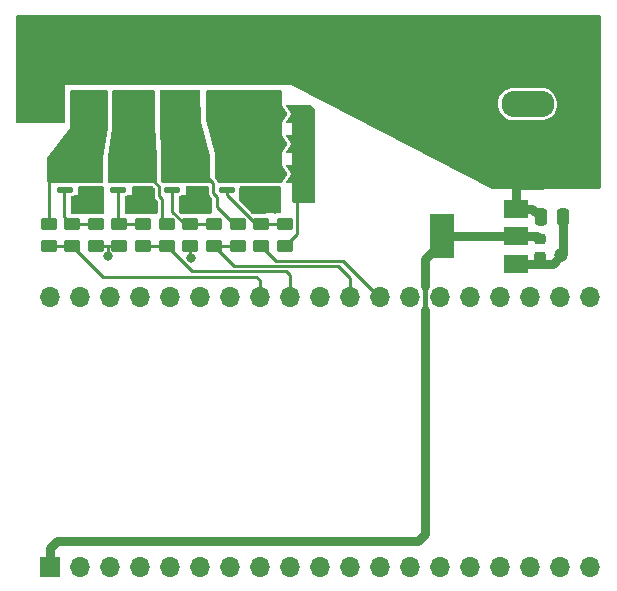
<source format=gbr>
%TF.GenerationSoftware,KiCad,Pcbnew,(6.0.0)*%
%TF.CreationDate,2022-01-02T10:57:20+08:00*%
%TF.ProjectId,NodeMCU-32S-RGBWA-LED-driver,4e6f6465-4d43-4552-9d33-32532d524742,1*%
%TF.SameCoordinates,PX68d6610PY3c42a2c*%
%TF.FileFunction,Copper,L1,Top*%
%TF.FilePolarity,Positive*%
%FSLAX46Y46*%
G04 Gerber Fmt 4.6, Leading zero omitted, Abs format (unit mm)*
G04 Created by KiCad (PCBNEW (6.0.0)) date 2022-01-02 10:57:20*
%MOMM*%
%LPD*%
G01*
G04 APERTURE LIST*
G04 Aperture macros list*
%AMRoundRect*
0 Rectangle with rounded corners*
0 $1 Rounding radius*
0 $2 $3 $4 $5 $6 $7 $8 $9 X,Y pos of 4 corners*
0 Add a 4 corners polygon primitive as box body*
4,1,4,$2,$3,$4,$5,$6,$7,$8,$9,$2,$3,0*
0 Add four circle primitives for the rounded corners*
1,1,$1+$1,$2,$3*
1,1,$1+$1,$4,$5*
1,1,$1+$1,$6,$7*
1,1,$1+$1,$8,$9*
0 Add four rect primitives between the rounded corners*
20,1,$1+$1,$2,$3,$4,$5,0*
20,1,$1+$1,$4,$5,$6,$7,0*
20,1,$1+$1,$6,$7,$8,$9,0*
20,1,$1+$1,$8,$9,$2,$3,0*%
%AMFreePoly0*
4,1,6,1.000000,0.000000,0.500000,-0.750000,-0.500000,-0.750000,-0.500000,0.750000,0.500000,0.750000,1.000000,0.000000,1.000000,0.000000,$1*%
%AMFreePoly1*
4,1,6,0.500000,-0.750000,-0.650000,-0.750000,-0.150000,0.000000,-0.650000,0.750000,0.500000,0.750000,0.500000,-0.750000,0.500000,-0.750000,$1*%
G04 Aperture macros list end*
%TA.AperFunction,SMDPad,CuDef*%
%ADD10RoundRect,0.250000X0.450000X-0.262500X0.450000X0.262500X-0.450000X0.262500X-0.450000X-0.262500X0*%
%TD*%
%TA.AperFunction,SMDPad,CuDef*%
%ADD11FreePoly0,0.000000*%
%TD*%
%TA.AperFunction,SMDPad,CuDef*%
%ADD12FreePoly1,0.000000*%
%TD*%
%TA.AperFunction,SMDPad,CuDef*%
%ADD13R,2.000000X1.500000*%
%TD*%
%TA.AperFunction,SMDPad,CuDef*%
%ADD14R,2.000000X3.800000*%
%TD*%
%TA.AperFunction,SMDPad,CuDef*%
%ADD15RoundRect,0.125000X-0.587500X-0.125000X0.587500X-0.125000X0.587500X0.125000X-0.587500X0.125000X0*%
%TD*%
%TA.AperFunction,ComponentPad*%
%ADD16R,1.700000X1.700000*%
%TD*%
%TA.AperFunction,ComponentPad*%
%ADD17O,1.700000X1.700000*%
%TD*%
%TA.AperFunction,SMDPad,CuDef*%
%ADD18RoundRect,0.225000X-0.250000X0.225000X-0.250000X-0.225000X0.250000X-0.225000X0.250000X0.225000X0*%
%TD*%
%TA.AperFunction,SMDPad,CuDef*%
%ADD19RoundRect,0.250000X-0.250000X-0.475000X0.250000X-0.475000X0.250000X0.475000X-0.250000X0.475000X0*%
%TD*%
%TA.AperFunction,ComponentPad*%
%ADD20R,2.100000X2.100000*%
%TD*%
%TA.AperFunction,ComponentPad*%
%ADD21C,2.100000*%
%TD*%
%TA.AperFunction,ComponentPad*%
%ADD22O,5.000000X2.500000*%
%TD*%
%TA.AperFunction,ComponentPad*%
%ADD23O,4.500000X2.250000*%
%TD*%
%TA.AperFunction,ViaPad*%
%ADD24C,0.800000*%
%TD*%
%TA.AperFunction,ViaPad*%
%ADD25C,1.200000*%
%TD*%
%TA.AperFunction,Conductor*%
%ADD26C,0.800000*%
%TD*%
%TA.AperFunction,Conductor*%
%ADD27C,0.250000*%
%TD*%
%TA.AperFunction,Conductor*%
%ADD28C,0.400000*%
%TD*%
G04 APERTURE END LIST*
D10*
%TO.P,R6,1*%
%TO.N,Net-(R2-Pad1)*%
X12820000Y-19675000D03*
%TO.P,R6,2*%
%TO.N,/Red{slash}Dat*%
X12820000Y-17850000D03*
%TD*%
%TO.P,R11,1*%
%TO.N,GND*%
X22820000Y-19675000D03*
%TO.P,R11,2*%
%TO.N,Net-(Q4-Pad2)*%
X22820000Y-17850000D03*
%TD*%
D11*
%TO.P,JP3,1,A*%
%TO.N,/Blue{slash}GND*%
X22095000Y-13562500D03*
D12*
%TO.P,JP3,2,B*%
%TO.N,GND*%
X23545000Y-13562500D03*
%TD*%
D10*
%TO.P,R2,1*%
%TO.N,Net-(R2-Pad1)*%
X10820000Y-19675000D03*
%TO.P,R2,2*%
%TO.N,Net-(Q2-Pad2)*%
X10820000Y-17850000D03*
%TD*%
%TO.P,R7,1*%
%TO.N,Net-(R3-Pad1)*%
X18820000Y-19675000D03*
%TO.P,R7,2*%
%TO.N,/Green*%
X18820000Y-17850000D03*
%TD*%
D11*
%TO.P,JP2,1,A*%
%TO.N,/Blue{slash}GND*%
X22095000Y-11012500D03*
D12*
%TO.P,JP2,2,B*%
%TO.N,GND*%
X23545000Y-11012500D03*
%TD*%
D13*
%TO.P,U2,1,GND*%
%TO.N,GND*%
X42420000Y-21162500D03*
%TO.P,U2,2,VO*%
%TO.N,+3V3*%
X42420000Y-18862500D03*
D14*
X36120000Y-18862500D03*
D13*
%TO.P,U2,3,VI*%
%TO.N,VDD*%
X42420000Y-16562500D03*
%TD*%
D10*
%TO.P,R5,1*%
%TO.N,Net-(R1-Pad1)*%
X2820000Y-19675000D03*
%TO.P,R5,2*%
%TO.N,/White{slash}Clk*%
X2820000Y-17850000D03*
%TD*%
%TO.P,R4,1*%
%TO.N,Net-(R4-Pad1)*%
X20820000Y-19675000D03*
%TO.P,R4,2*%
%TO.N,Net-(Q4-Pad2)*%
X20820000Y-17850000D03*
%TD*%
%TO.P,R3,1*%
%TO.N,Net-(R3-Pad1)*%
X16820000Y-19675000D03*
%TO.P,R3,2*%
%TO.N,Net-(Q3-Pad2)*%
X16820000Y-17850000D03*
%TD*%
D15*
%TO.P,Q1,1,D*%
%TO.N,/White{slash}Clk*%
X6457500Y-13962500D03*
X4182500Y-13962500D03*
X4182500Y-13012500D03*
X6457500Y-13012500D03*
%TO.P,Q1,2,G*%
%TO.N,Net-(Q1-Pad2)*%
X4182500Y-14912500D03*
%TO.P,Q1,3,S*%
%TO.N,GND*%
X6457500Y-14912500D03*
%TD*%
D16*
%TO.P,U1,1,VDD3V3*%
%TO.N,+3V3*%
X2910000Y-46842500D03*
D17*
%TO.P,U1,2,~EN~*%
%TO.N,unconnected-(U1-Pad2)*%
X5450000Y-46842500D03*
%TO.P,U1,3,SVP*%
%TO.N,unconnected-(U1-Pad3)*%
X7990000Y-46842500D03*
%TO.P,U1,4,SVN*%
%TO.N,unconnected-(U1-Pad4)*%
X10530000Y-46842500D03*
%TO.P,U1,5,IO34*%
%TO.N,unconnected-(U1-Pad5)*%
X13070000Y-46842500D03*
%TO.P,U1,6,IO35*%
%TO.N,unconnected-(U1-Pad6)*%
X15610000Y-46842500D03*
%TO.P,U1,7,IO32*%
%TO.N,unconnected-(U1-Pad7)*%
X18150000Y-46842500D03*
%TO.P,U1,8,IO33*%
%TO.N,unconnected-(U1-Pad8)*%
X20690000Y-46842500D03*
%TO.P,U1,9,IO25*%
%TO.N,unconnected-(U1-Pad9)*%
X23230000Y-46842500D03*
%TO.P,U1,10,IO26*%
%TO.N,unconnected-(U1-Pad10)*%
X25770000Y-46842500D03*
%TO.P,U1,11,IO27*%
%TO.N,unconnected-(U1-Pad11)*%
X28310000Y-46842500D03*
%TO.P,U1,12,IO14*%
%TO.N,unconnected-(U1-Pad12)*%
X30850000Y-46842500D03*
%TO.P,U1,13,IO12*%
%TO.N,unconnected-(U1-Pad13)*%
X33390000Y-46842500D03*
%TO.P,U1,14,GND*%
%TO.N,GND*%
X35930000Y-46842500D03*
%TO.P,U1,15,IO13*%
%TO.N,unconnected-(U1-Pad15)*%
X38470000Y-46842500D03*
%TO.P,U1,16,SD2*%
%TO.N,unconnected-(U1-Pad16)*%
X41010000Y-46842500D03*
%TO.P,U1,17,SD3*%
%TO.N,unconnected-(U1-Pad17)*%
X43550000Y-46842500D03*
%TO.P,U1,18,CMD*%
%TO.N,unconnected-(U1-Pad18)*%
X46090000Y-46842500D03*
%TO.P,U1,19,VDD5V*%
%TO.N,unconnected-(U1-Pad19)*%
X48630000Y-46842500D03*
%TO.P,U1,20,CLK*%
%TO.N,unconnected-(U1-Pad20)*%
X48630000Y-23982500D03*
%TO.P,U1,21,SD0*%
%TO.N,unconnected-(U1-Pad21)*%
X46090000Y-23982500D03*
%TO.P,U1,22,SD1*%
%TO.N,unconnected-(U1-Pad22)*%
X43550000Y-23982500D03*
%TO.P,U1,23,IO15*%
%TO.N,unconnected-(U1-Pad23)*%
X41010000Y-23982500D03*
%TO.P,U1,24,IO2*%
%TO.N,unconnected-(U1-Pad24)*%
X38470000Y-23982500D03*
%TO.P,U1,25,IO0*%
%TO.N,unconnected-(U1-Pad25)*%
X35930000Y-23982500D03*
%TO.P,U1,26,IO4*%
%TO.N,unconnected-(U1-Pad26)*%
X33390000Y-23982500D03*
%TO.P,U1,27,IO16*%
%TO.N,Net-(R4-Pad1)*%
X30850000Y-23982500D03*
%TO.P,U1,28,IO17*%
%TO.N,Net-(R3-Pad1)*%
X28310000Y-23982500D03*
%TO.P,U1,29,IO5*%
%TO.N,unconnected-(U1-Pad29)*%
X25770000Y-23982500D03*
%TO.P,U1,30,IO18*%
%TO.N,Net-(R2-Pad1)*%
X23230000Y-23982500D03*
%TO.P,U1,31,IO19*%
%TO.N,Net-(R1-Pad1)*%
X20690000Y-23982500D03*
%TO.P,U1,32,GND*%
%TO.N,GND*%
X18150000Y-23982500D03*
%TO.P,U1,33,IO21*%
%TO.N,unconnected-(U1-Pad33)*%
X15610000Y-23982500D03*
%TO.P,U1,34,U0RX*%
%TO.N,unconnected-(U1-Pad34)*%
X13070000Y-23982500D03*
%TO.P,U1,35,U0TX*%
%TO.N,unconnected-(U1-Pad35)*%
X10530000Y-23982500D03*
%TO.P,U1,36,IO22*%
%TO.N,unconnected-(U1-Pad36)*%
X7990000Y-23982500D03*
%TO.P,U1,37,IO23*%
%TO.N,unconnected-(U1-Pad37)*%
X5450000Y-23982500D03*
%TO.P,U1,38,GND*%
%TO.N,GND*%
X2910000Y-23982500D03*
%TD*%
D10*
%TO.P,R8,1*%
%TO.N,GND*%
X6820000Y-19675000D03*
%TO.P,R8,2*%
%TO.N,Net-(Q1-Pad2)*%
X6820000Y-17850000D03*
%TD*%
D15*
%TO.P,Q2,1,D*%
%TO.N,/Red{slash}Dat*%
X8732500Y-13962500D03*
X8732500Y-13012500D03*
X11007500Y-13962500D03*
X11007500Y-13012500D03*
%TO.P,Q2,2,G*%
%TO.N,Net-(Q2-Pad2)*%
X8732500Y-14912500D03*
%TO.P,Q2,3,S*%
%TO.N,GND*%
X11007500Y-14912500D03*
%TD*%
%TO.P,Q4,1,D*%
%TO.N,/Blue{slash}GND*%
X20157500Y-13012500D03*
X20157500Y-13962500D03*
X17882500Y-13012500D03*
X17882500Y-13962500D03*
%TO.P,Q4,2,G*%
%TO.N,Net-(Q4-Pad2)*%
X17882500Y-14912500D03*
%TO.P,Q4,3,S*%
%TO.N,GND*%
X20157500Y-14912500D03*
%TD*%
D11*
%TO.P,JP1,1,A*%
%TO.N,/Blue{slash}GND*%
X22095000Y-8462500D03*
D12*
%TO.P,JP1,2,B*%
%TO.N,GND*%
X23545000Y-8462500D03*
%TD*%
D10*
%TO.P,R9,1*%
%TO.N,GND*%
X8820000Y-19675000D03*
%TO.P,R9,2*%
%TO.N,Net-(Q2-Pad2)*%
X8820000Y-17850000D03*
%TD*%
D18*
%TO.P,C2,1*%
%TO.N,+3V3*%
X44420000Y-19087500D03*
%TO.P,C2,2*%
%TO.N,GND*%
X44420000Y-20637500D03*
%TD*%
D15*
%TO.P,Q3,1,D*%
%TO.N,/Green*%
X13282500Y-13962500D03*
X15557500Y-13012500D03*
X13282500Y-13012500D03*
X15557500Y-13962500D03*
%TO.P,Q3,2,G*%
%TO.N,Net-(Q3-Pad2)*%
X13282500Y-14912500D03*
%TO.P,Q3,3,S*%
%TO.N,GND*%
X15557500Y-14912500D03*
%TD*%
D19*
%TO.P,C1,1*%
%TO.N,VDD*%
X44470000Y-17262500D03*
%TO.P,C1,2*%
%TO.N,GND*%
X46370000Y-17262500D03*
%TD*%
D10*
%TO.P,R1,1*%
%TO.N,Net-(R1-Pad1)*%
X4820000Y-19675000D03*
%TO.P,R1,2*%
%TO.N,Net-(Q1-Pad2)*%
X4820000Y-17850000D03*
%TD*%
%TO.P,R10,1*%
%TO.N,GND*%
X14820000Y-19675000D03*
%TO.P,R10,2*%
%TO.N,Net-(Q3-Pad2)*%
X14820000Y-17850000D03*
%TD*%
D20*
%TO.P,J2,1,V_OUT*%
%TO.N,VDD*%
X2300000Y-8000000D03*
D21*
%TO.P,J2,2,WHITE*%
%TO.N,/White{slash}Clk*%
X6110000Y-8000000D03*
%TO.P,J2,3,RED*%
%TO.N,/Red{slash}Dat*%
X9920000Y-8000000D03*
%TO.P,J2,4,GREEN*%
%TO.N,/Green*%
X13730000Y-8000000D03*
%TO.P,J2,5,BLUE*%
%TO.N,/Blue{slash}GND*%
X17540000Y-8000000D03*
%TD*%
D22*
%TO.P,J1,1*%
%TO.N,VDD*%
X43370000Y-13650000D03*
D23*
%TO.P,J1,2*%
%TO.N,GND*%
X43370000Y-7650000D03*
%TD*%
D24*
%TO.N,GND*%
X16020000Y-15762500D03*
X6070000Y-16562500D03*
X24920000Y-9348214D03*
X24920000Y-14526784D03*
X23920000Y-15512500D03*
X20270000Y-16562500D03*
X21970000Y-16562500D03*
X6920000Y-15762500D03*
X24920000Y-11419642D03*
X16020000Y-16562500D03*
X6920000Y-16562500D03*
X21120000Y-16562500D03*
X20270000Y-15762500D03*
X24920000Y-13491070D03*
X10620000Y-15762500D03*
X10620000Y-16562500D03*
X24920000Y-15562500D03*
X7820000Y-20512500D03*
X14851049Y-20681451D03*
X24920000Y-10383928D03*
D25*
X46220000Y-20462500D03*
D24*
X19420000Y-15762500D03*
X15170000Y-16562500D03*
X21520000Y-15012500D03*
X24920000Y-12455356D03*
X11470000Y-15762500D03*
X5220000Y-15762500D03*
X9770000Y-15762500D03*
X5220000Y-16562500D03*
X24920000Y-8312500D03*
X11470000Y-16562500D03*
X15170000Y-15762500D03*
X21970000Y-15762500D03*
X14320000Y-15762500D03*
X21120000Y-15762500D03*
X9770000Y-16562500D03*
X6070000Y-15762500D03*
X14320000Y-16562500D03*
%TD*%
D26*
%TO.N,VDD*%
X43420000Y-12650000D02*
X44670000Y-12650000D01*
X43770000Y-16562500D02*
X44470000Y-17262500D01*
X43420000Y-12650000D02*
X42420000Y-13650000D01*
X42420000Y-16562500D02*
X43770000Y-16562500D01*
X42420000Y-13650000D02*
X42420000Y-16562500D01*
D27*
%TO.N,GND*%
X6820000Y-19675000D02*
X7732500Y-19675000D01*
D26*
X46370000Y-20312500D02*
X46220000Y-20462500D01*
X44520000Y-21162500D02*
X45520000Y-21162500D01*
X44420000Y-20637500D02*
X44420000Y-21062500D01*
D27*
X23844520Y-15587980D02*
X23920000Y-15512500D01*
D26*
X45520000Y-21162500D02*
X46220000Y-20462500D01*
D27*
X23844520Y-18650480D02*
X23844520Y-15587980D01*
D26*
X46370000Y-17262500D02*
X46370000Y-20312500D01*
D27*
X14820000Y-20650402D02*
X14820000Y-19675000D01*
X22820000Y-19675000D02*
X23844520Y-18650480D01*
X7732500Y-19675000D02*
X8820000Y-19675000D01*
X7820000Y-19762500D02*
X7732500Y-19675000D01*
X14851049Y-20681451D02*
X14820000Y-20650402D01*
X7820000Y-20512500D02*
X7820000Y-19762500D01*
D26*
X42420000Y-21162500D02*
X44520000Y-21162500D01*
X44420000Y-21062500D02*
X44520000Y-21162500D01*
%TO.N,+3V3*%
X42420000Y-18862500D02*
X36120000Y-18862500D01*
X36120000Y-19342500D02*
X36120000Y-18862500D01*
D28*
X34700000Y-21272500D02*
X34660000Y-21312500D01*
D26*
X34700000Y-20762500D02*
X36120000Y-19342500D01*
X34080000Y-44632500D02*
X3510000Y-44632500D01*
D28*
X34670000Y-23122500D02*
X34670000Y-25072500D01*
D26*
X3510000Y-44632500D02*
X2910000Y-45232500D01*
X34670000Y-25072500D02*
X34670000Y-44042500D01*
X34670000Y-44042500D02*
X34080000Y-44632500D01*
X44195000Y-18862500D02*
X44420000Y-19087500D01*
X2910000Y-45232500D02*
X2910000Y-46842500D01*
X42420000Y-18862500D02*
X44195000Y-18862500D01*
D28*
X34700000Y-23092500D02*
X34670000Y-23122500D01*
D26*
X34700000Y-23092500D02*
X34700000Y-20762500D01*
D27*
X34700000Y-23092500D02*
X34700000Y-21272500D01*
%TO.N,Net-(Q1-Pad2)*%
X4120000Y-14975000D02*
X4120000Y-17212500D01*
X4820000Y-17850000D02*
X6820000Y-17850000D01*
X4757500Y-17850000D02*
X4820000Y-17850000D01*
X4182500Y-14912500D02*
X4120000Y-14975000D01*
X4120000Y-17212500D02*
X4757500Y-17850000D01*
%TO.N,Net-(Q3-Pad2)*%
X13282500Y-16787507D02*
X13282500Y-14912500D01*
X14820000Y-17850000D02*
X14344993Y-17850000D01*
X14344993Y-17850000D02*
X13282500Y-16787507D01*
X14820000Y-17850000D02*
X16820000Y-17850000D01*
%TO.N,Net-(Q4-Pad2)*%
X22820000Y-17850000D02*
X20820000Y-17850000D01*
X20820000Y-17850000D02*
X20344993Y-17850000D01*
X17882500Y-15387507D02*
X17882500Y-14912500D01*
X20344993Y-17850000D02*
X17882500Y-15387507D01*
%TO.N,Net-(Q2-Pad2)*%
X8732500Y-14912500D02*
X8732500Y-17762500D01*
X8820000Y-17850000D02*
X10820000Y-17850000D01*
X8732500Y-17762500D02*
X8820000Y-17850000D01*
%TO.N,/White{slash}Clk*%
X3120000Y-13962500D02*
X4182500Y-13962500D01*
X2820000Y-14262500D02*
X3120000Y-13962500D01*
X2820000Y-17850000D02*
X2820000Y-14262500D01*
%TO.N,/Red{slash}Dat*%
X12170000Y-14612500D02*
X11520000Y-13962500D01*
X11520000Y-13962500D02*
X11007500Y-13962500D01*
X12420000Y-15687886D02*
X12170000Y-15437886D01*
X12170000Y-15437886D02*
X12170000Y-14612500D01*
X12420000Y-17450000D02*
X12420000Y-15687886D01*
X12820000Y-17850000D02*
X12420000Y-17450000D01*
%TO.N,/Green*%
X16770000Y-15162500D02*
X17095000Y-15487500D01*
X16370000Y-13962500D02*
X16770000Y-14362500D01*
X17095000Y-16387500D02*
X18557500Y-17850000D01*
X16770000Y-14362500D02*
X16770000Y-15162500D01*
X18557500Y-17850000D02*
X18820000Y-17850000D01*
X15557500Y-13962500D02*
X16370000Y-13962500D01*
X17095000Y-15487500D02*
X17095000Y-16387500D01*
%TO.N,Net-(R1-Pad1)*%
X20690000Y-22532500D02*
X20418560Y-22261060D01*
X20690000Y-23982500D02*
X20690000Y-22532500D01*
X2820000Y-19675000D02*
X4820000Y-19675000D01*
X20418560Y-22261060D02*
X7406060Y-22261060D01*
X7406060Y-22261060D02*
X4820000Y-19675000D01*
%TO.N,Net-(R2-Pad1)*%
X23230000Y-23442500D02*
X23230000Y-22122500D01*
X14956540Y-21811540D02*
X12820000Y-19675000D01*
X10820000Y-19675000D02*
X12820000Y-19675000D01*
X22919040Y-21811540D02*
X14956540Y-21811540D01*
X23230000Y-22122500D02*
X22919040Y-21811540D01*
%TO.N,Net-(R3-Pad1)*%
X28310000Y-23982500D02*
X28310000Y-22352500D01*
X18507020Y-21362020D02*
X16820000Y-19675000D01*
X28310000Y-22352500D02*
X27319520Y-21362020D01*
X18820000Y-19675000D02*
X16820000Y-19675000D01*
X27319520Y-21362020D02*
X18507020Y-21362020D01*
%TO.N,Net-(R4-Pad1)*%
X22057500Y-20912500D02*
X20820000Y-19675000D01*
X30580000Y-23712500D02*
X27780000Y-20912500D01*
X27780000Y-20912500D02*
X22057500Y-20912500D01*
%TD*%
%TA.AperFunction,Conductor*%
%TO.N,/White{slash}Clk*%
G36*
X7762121Y-6482502D02*
G01*
X7808614Y-6536158D01*
X7820000Y-6588500D01*
X7820000Y-9652864D01*
X7818535Y-9672022D01*
X7420000Y-12262500D01*
X7420000Y-14186500D01*
X7399998Y-14254621D01*
X7346342Y-14301114D01*
X7294000Y-14312500D01*
X2796000Y-14312500D01*
X2727879Y-14292498D01*
X2681386Y-14238842D01*
X2670000Y-14186500D01*
X2670000Y-12304500D01*
X2690002Y-12236379D01*
X2695200Y-12228900D01*
X4609130Y-9676993D01*
X4620000Y-9662500D01*
X4620000Y-6588500D01*
X4640002Y-6520379D01*
X4693658Y-6473886D01*
X4746000Y-6462500D01*
X7694000Y-6462500D01*
X7762121Y-6482502D01*
G37*
%TD.AperFunction*%
%TD*%
%TA.AperFunction,Conductor*%
%TO.N,GND*%
G36*
X16332621Y-14632502D02*
G01*
X16379114Y-14686158D01*
X16390500Y-14738500D01*
X16390500Y-15108580D01*
X16387951Y-15132528D01*
X16387872Y-15134193D01*
X16385680Y-15144376D01*
X16386904Y-15154717D01*
X16389627Y-15177723D01*
X16389977Y-15183654D01*
X16390072Y-15183646D01*
X16390500Y-15188824D01*
X16390500Y-15194024D01*
X16391354Y-15199153D01*
X16391354Y-15199156D01*
X16393669Y-15213065D01*
X16394506Y-15218943D01*
X16400530Y-15269841D01*
X16404493Y-15278093D01*
X16405996Y-15287126D01*
X16410943Y-15296295D01*
X16410944Y-15296297D01*
X16430334Y-15332232D01*
X16433031Y-15337525D01*
X16451785Y-15376582D01*
X16451788Y-15376586D01*
X16455219Y-15383732D01*
X16458814Y-15388008D01*
X16460737Y-15389931D01*
X16462509Y-15391863D01*
X16462552Y-15391942D01*
X16462428Y-15392055D01*
X16462904Y-15392595D01*
X16465990Y-15398314D01*
X16473635Y-15405381D01*
X16505586Y-15434916D01*
X16509152Y-15438346D01*
X16583095Y-15512289D01*
X16617121Y-15574601D01*
X16620000Y-15601384D01*
X16620000Y-16836500D01*
X16599998Y-16904621D01*
X16546342Y-16951114D01*
X16494000Y-16962500D01*
X14046377Y-16962500D01*
X13978256Y-16942498D01*
X13957282Y-16925595D01*
X13856905Y-16825218D01*
X13822879Y-16762906D01*
X13820000Y-16736123D01*
X13820000Y-15538464D01*
X13840002Y-15470343D01*
X13893658Y-15423850D01*
X13927642Y-15413809D01*
X13980561Y-15406019D01*
X14042931Y-15375397D01*
X14098462Y-15362500D01*
X14420000Y-15362500D01*
X14420000Y-14738500D01*
X14440002Y-14670379D01*
X14493658Y-14623886D01*
X14546000Y-14612500D01*
X16264500Y-14612500D01*
X16332621Y-14632502D01*
G37*
%TD.AperFunction*%
%TD*%
%TA.AperFunction,Conductor*%
%TO.N,GND*%
G36*
X24944889Y-7732502D02*
G01*
X24954125Y-7739042D01*
X25321357Y-8024667D01*
X25362848Y-8082277D01*
X25370000Y-8124125D01*
X25370000Y-15886500D01*
X25349998Y-15954621D01*
X25296342Y-16001114D01*
X25244000Y-16012500D01*
X23546000Y-16012500D01*
X23477879Y-15992498D01*
X23431386Y-15938842D01*
X23420000Y-15886500D01*
X23420000Y-7838500D01*
X23440002Y-7770379D01*
X23493658Y-7723886D01*
X23546000Y-7712500D01*
X24876768Y-7712500D01*
X24944889Y-7732502D01*
G37*
%TD.AperFunction*%
%TD*%
%TA.AperFunction,Conductor*%
%TO.N,/Green*%
G36*
X15613221Y-6482502D02*
G01*
X15659714Y-6536158D01*
X15671095Y-6587395D01*
X15694118Y-9212500D01*
X16505445Y-12061392D01*
X16515182Y-12095582D01*
X16520000Y-12130093D01*
X16520000Y-14186500D01*
X16499998Y-14254621D01*
X16446342Y-14301114D01*
X16394000Y-14312500D01*
X12458885Y-14312500D01*
X12390764Y-14292498D01*
X12369790Y-14275595D01*
X12356905Y-14262710D01*
X12322879Y-14200398D01*
X12320000Y-14173615D01*
X12320000Y-12062500D01*
X12220080Y-9264740D01*
X12220000Y-9260243D01*
X12220000Y-6588500D01*
X12240002Y-6520379D01*
X12293658Y-6473886D01*
X12346000Y-6462500D01*
X15545100Y-6462500D01*
X15613221Y-6482502D01*
G37*
%TD.AperFunction*%
%TD*%
%TA.AperFunction,Conductor*%
%TO.N,/Red{slash}Dat*%
G36*
X11762121Y-6482502D02*
G01*
X11808614Y-6536158D01*
X11820000Y-6588500D01*
X11820000Y-9462500D01*
X12019680Y-12258020D01*
X12020000Y-12266997D01*
X12020000Y-14186500D01*
X11999998Y-14254621D01*
X11946342Y-14301114D01*
X11894000Y-14312500D01*
X7946000Y-14312500D01*
X7877879Y-14292498D01*
X7831386Y-14238842D01*
X7820000Y-14186500D01*
X7820000Y-12174153D01*
X7821580Y-12154259D01*
X8219213Y-9667425D01*
X8219213Y-9667419D01*
X8220000Y-9662500D01*
X8220000Y-6588500D01*
X8240002Y-6520379D01*
X8293658Y-6473886D01*
X8346000Y-6462500D01*
X11694000Y-6462500D01*
X11762121Y-6482502D01*
G37*
%TD.AperFunction*%
%TD*%
%TA.AperFunction,Conductor*%
%TO.N,/Blue{slash}GND*%
G36*
X22512121Y-6482502D02*
G01*
X22558614Y-6536158D01*
X22570000Y-6588500D01*
X22570000Y-14186500D01*
X22549998Y-14254621D01*
X22496342Y-14301114D01*
X22444000Y-14312500D01*
X21170000Y-14312500D01*
X21170000Y-12262500D01*
X19020000Y-6462500D01*
X22444000Y-6462500D01*
X22512121Y-6482502D01*
G37*
%TD.AperFunction*%
%TD*%
%TA.AperFunction,Conductor*%
%TO.N,GND*%
G36*
X7462121Y-14632502D02*
G01*
X7508614Y-14686158D01*
X7520000Y-14738500D01*
X7520000Y-16836500D01*
X7499998Y-16904621D01*
X7446342Y-16951114D01*
X7394000Y-16962500D01*
X4846000Y-16962500D01*
X4777879Y-16942498D01*
X4731386Y-16888842D01*
X4720000Y-16836500D01*
X4720000Y-15538464D01*
X4740002Y-15470343D01*
X4793658Y-15423850D01*
X4827642Y-15413809D01*
X4880561Y-15406019D01*
X4942931Y-15375397D01*
X4998462Y-15362500D01*
X5320000Y-15362500D01*
X5320000Y-14738500D01*
X5340002Y-14670379D01*
X5393658Y-14623886D01*
X5446000Y-14612500D01*
X7394000Y-14612500D01*
X7462121Y-14632502D01*
G37*
%TD.AperFunction*%
%TD*%
%TA.AperFunction,Conductor*%
%TO.N,GND*%
G36*
X22412121Y-14632502D02*
G01*
X22458614Y-14686158D01*
X22470000Y-14738500D01*
X22470000Y-16789045D01*
X22449998Y-16857166D01*
X22396342Y-16903659D01*
X22346571Y-16915019D01*
X20075431Y-16961369D01*
X20006917Y-16942761D01*
X19981718Y-16922395D01*
X19004857Y-15899017D01*
X18972290Y-15835931D01*
X18970000Y-15812017D01*
X18970000Y-14738500D01*
X18990002Y-14670379D01*
X19043658Y-14623886D01*
X19096000Y-14612500D01*
X22344000Y-14612500D01*
X22412121Y-14632502D01*
G37*
%TD.AperFunction*%
%TD*%
%TA.AperFunction,Conductor*%
%TO.N,GND*%
G36*
X11649237Y-14632502D02*
G01*
X11670211Y-14649405D01*
X11753595Y-14732789D01*
X11787621Y-14795101D01*
X11790500Y-14821884D01*
X11790500Y-15383966D01*
X11787951Y-15407914D01*
X11787872Y-15409579D01*
X11785680Y-15419762D01*
X11786904Y-15430103D01*
X11789627Y-15453109D01*
X11789977Y-15459040D01*
X11790072Y-15459032D01*
X11790500Y-15464210D01*
X11790500Y-15469410D01*
X11791354Y-15474539D01*
X11791354Y-15474542D01*
X11793669Y-15488451D01*
X11794506Y-15494329D01*
X11800530Y-15545227D01*
X11804493Y-15553479D01*
X11805996Y-15562512D01*
X11810943Y-15571681D01*
X11810944Y-15571683D01*
X11830334Y-15607618D01*
X11833031Y-15612911D01*
X11851785Y-15651968D01*
X11851788Y-15651972D01*
X11855219Y-15659118D01*
X11858814Y-15663394D01*
X11860737Y-15665317D01*
X11862509Y-15667249D01*
X11862552Y-15667328D01*
X11862428Y-15667441D01*
X11862904Y-15667981D01*
X11865990Y-15673700D01*
X11873635Y-15680767D01*
X11905586Y-15710302D01*
X11909152Y-15713732D01*
X12003595Y-15808175D01*
X12037621Y-15870487D01*
X12040500Y-15897270D01*
X12040500Y-16836500D01*
X12020498Y-16904621D01*
X11966842Y-16951114D01*
X11914500Y-16962500D01*
X9396000Y-16962500D01*
X9327879Y-16942498D01*
X9281386Y-16888842D01*
X9270000Y-16836500D01*
X9270000Y-15538464D01*
X9290002Y-15470343D01*
X9343658Y-15423850D01*
X9377642Y-15413809D01*
X9430561Y-15406019D01*
X9492931Y-15375397D01*
X9548462Y-15362500D01*
X9870000Y-15362500D01*
X9870000Y-14738500D01*
X9890002Y-14670379D01*
X9943658Y-14623886D01*
X9996000Y-14612500D01*
X11581116Y-14612500D01*
X11649237Y-14632502D01*
G37*
%TD.AperFunction*%
%TD*%
%TA.AperFunction,Conductor*%
%TO.N,/Blue{slash}GND*%
G36*
X21170000Y-12262500D02*
G01*
X21170000Y-14312500D01*
X17247788Y-14312500D01*
X17179667Y-14292498D01*
X17134401Y-14240258D01*
X17134004Y-14237874D01*
X17129359Y-14229265D01*
X17129356Y-14229258D01*
X17109652Y-14192740D01*
X17106957Y-14187451D01*
X17088212Y-14148415D01*
X17084780Y-14141268D01*
X17081186Y-14136992D01*
X17079246Y-14135052D01*
X17077493Y-14133141D01*
X17077444Y-14133051D01*
X17077567Y-14132939D01*
X17077095Y-14132404D01*
X17074010Y-14126686D01*
X17034413Y-14090083D01*
X17030848Y-14086654D01*
X16956905Y-14012711D01*
X16922879Y-13950399D01*
X16920000Y-13923616D01*
X16920000Y-11862500D01*
X16124537Y-8978946D01*
X16120000Y-8945440D01*
X16120000Y-6588500D01*
X16140002Y-6520379D01*
X16193658Y-6473886D01*
X16246000Y-6462500D01*
X19020000Y-6462500D01*
X21170000Y-12262500D01*
G37*
%TD.AperFunction*%
%TD*%
%TA.AperFunction,Conductor*%
%TO.N,VDD*%
G36*
X49508121Y-136502D02*
G01*
X49554614Y-190158D01*
X49566000Y-242500D01*
X49566000Y-14736500D01*
X49545998Y-14804621D01*
X49492342Y-14851114D01*
X49440000Y-14862500D01*
X40450598Y-14862500D01*
X40392809Y-14848466D01*
X26319422Y-7584782D01*
X40862049Y-7584782D01*
X40862249Y-7590111D01*
X40862249Y-7590113D01*
X40866170Y-7694543D01*
X40870832Y-7818727D01*
X40918906Y-8047847D01*
X40920863Y-8052803D01*
X40920865Y-8052809D01*
X40989811Y-8227389D01*
X41004898Y-8265592D01*
X41007665Y-8270151D01*
X41007666Y-8270154D01*
X41041741Y-8326307D01*
X41126348Y-8465735D01*
X41129845Y-8469765D01*
X41253113Y-8611819D01*
X41279783Y-8642554D01*
X41283914Y-8645941D01*
X41456689Y-8787609D01*
X41456695Y-8787613D01*
X41460817Y-8790993D01*
X41664274Y-8906807D01*
X41884335Y-8986685D01*
X41889584Y-8987634D01*
X41889587Y-8987635D01*
X42110624Y-9027606D01*
X42110632Y-9027607D01*
X42114708Y-9028344D01*
X42132115Y-9029165D01*
X42137734Y-9029430D01*
X42137743Y-9029430D01*
X42139223Y-9029500D01*
X44553786Y-9029500D01*
X44728272Y-9014695D01*
X44733436Y-9013355D01*
X44733440Y-9013354D01*
X44949708Y-8957221D01*
X44949712Y-8957219D01*
X44954873Y-8955880D01*
X45051826Y-8912206D01*
X45163464Y-8861917D01*
X45163467Y-8861916D01*
X45168325Y-8859727D01*
X45362525Y-8728984D01*
X45453128Y-8642554D01*
X45528055Y-8571077D01*
X45531920Y-8567390D01*
X45671666Y-8379564D01*
X45777768Y-8170878D01*
X45847191Y-7947298D01*
X45857259Y-7871338D01*
X45877251Y-7720502D01*
X45877251Y-7720498D01*
X45877951Y-7715218D01*
X45877267Y-7696984D01*
X45869368Y-7486604D01*
X45869168Y-7481273D01*
X45821094Y-7252153D01*
X45819137Y-7247197D01*
X45819135Y-7247191D01*
X45737063Y-7039373D01*
X45737062Y-7039371D01*
X45735102Y-7034408D01*
X45613652Y-6834265D01*
X45525441Y-6732610D01*
X45463717Y-6661479D01*
X45463715Y-6661477D01*
X45460217Y-6657446D01*
X45359298Y-6574697D01*
X45283311Y-6512391D01*
X45283305Y-6512387D01*
X45279183Y-6509007D01*
X45075726Y-6393193D01*
X44855665Y-6313315D01*
X44850416Y-6312366D01*
X44850413Y-6312365D01*
X44629376Y-6272394D01*
X44629368Y-6272393D01*
X44625292Y-6271656D01*
X44607885Y-6270835D01*
X44602266Y-6270570D01*
X44602257Y-6270570D01*
X44600777Y-6270500D01*
X42186214Y-6270500D01*
X42011728Y-6285305D01*
X42006564Y-6286645D01*
X42006560Y-6286646D01*
X41790292Y-6342779D01*
X41790288Y-6342781D01*
X41785127Y-6344120D01*
X41780261Y-6346312D01*
X41576536Y-6438083D01*
X41576533Y-6438084D01*
X41571675Y-6440273D01*
X41377475Y-6571016D01*
X41373618Y-6574695D01*
X41373616Y-6574697D01*
X41282645Y-6661479D01*
X41208080Y-6732610D01*
X41068334Y-6920436D01*
X40962232Y-7129122D01*
X40892809Y-7352702D01*
X40892108Y-7357989D01*
X40892108Y-7357990D01*
X40866377Y-7552130D01*
X40862049Y-7584782D01*
X26319422Y-7584782D01*
X23383401Y-6069416D01*
X23383399Y-6069415D01*
X23370000Y-6062500D01*
X4220000Y-6062500D01*
X4220000Y-9136500D01*
X4199998Y-9204621D01*
X4146342Y-9251114D01*
X4094000Y-9262500D01*
X200000Y-9262500D01*
X131879Y-9242498D01*
X85386Y-9188842D01*
X74000Y-9136500D01*
X74000Y-242500D01*
X94002Y-174379D01*
X147658Y-127886D01*
X200000Y-116500D01*
X49440000Y-116500D01*
X49508121Y-136502D01*
G37*
%TD.AperFunction*%
%TD*%
M02*

</source>
